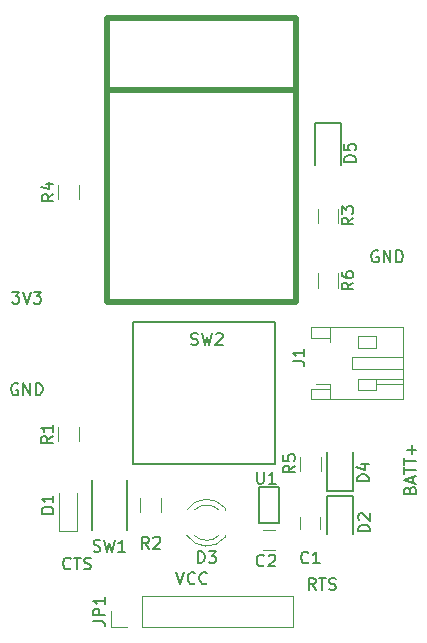
<source format=gbr>
G04 #@! TF.FileFunction,Legend,Top*
%FSLAX46Y46*%
G04 Gerber Fmt 4.6, Leading zero omitted, Abs format (unit mm)*
G04 Created by KiCad (PCBNEW 4.0.7-e2-6376~58~ubuntu16.04.1) date Sun Nov  4 15:38:29 2018*
%MOMM*%
%LPD*%
G01*
G04 APERTURE LIST*
%ADD10C,0.100000*%
%ADD11C,0.120000*%
%ADD12C,0.150000*%
%ADD13C,0.203200*%
%ADD14C,0.500000*%
G04 APERTURE END LIST*
D10*
D11*
X117350000Y-96500000D02*
X113000000Y-96500000D01*
X113000000Y-96500000D02*
X113000000Y-95500000D01*
X113000000Y-95500000D02*
X117350000Y-95500000D01*
X111150000Y-97800000D02*
X111150000Y-98150000D01*
X111150000Y-98150000D02*
X109550000Y-98150000D01*
X109550000Y-98150000D02*
X109550000Y-99050000D01*
X109550000Y-99050000D02*
X117350000Y-99050000D01*
X117350000Y-99050000D02*
X117350000Y-92950000D01*
X117350000Y-92950000D02*
X109550000Y-92950000D01*
X109550000Y-92950000D02*
X109550000Y-93850000D01*
X109550000Y-93850000D02*
X111150000Y-93850000D01*
X111150000Y-93850000D02*
X111150000Y-94200000D01*
X111150000Y-99050000D02*
X111150000Y-98150000D01*
X111150000Y-92950000D02*
X111150000Y-93850000D01*
X113500000Y-98300000D02*
X115100000Y-98300000D01*
X115100000Y-98300000D02*
X115100000Y-97300000D01*
X115100000Y-97300000D02*
X113500000Y-97300000D01*
X113500000Y-97300000D02*
X113500000Y-98300000D01*
X113500000Y-93700000D02*
X115100000Y-93700000D01*
X115100000Y-93700000D02*
X115100000Y-94700000D01*
X115100000Y-94700000D02*
X113500000Y-94700000D01*
X113500000Y-94700000D02*
X113500000Y-93700000D01*
X115100000Y-97300000D02*
X117350000Y-97300000D01*
X115100000Y-97800000D02*
X117350000Y-97800000D01*
X111150000Y-97800000D02*
X109950000Y-97800000D01*
X99057665Y-110578608D02*
G75*
G03X102290000Y-110735516I1672335J1078608D01*
G01*
X99057665Y-108421392D02*
G75*
G02X102290000Y-108264484I1672335J-1078608D01*
G01*
X99688870Y-110579837D02*
G75*
G03X101770961Y-110580000I1041130J1079837D01*
G01*
X99688870Y-108420163D02*
G75*
G02X101770961Y-108420000I1041130J-1079837D01*
G01*
X102290000Y-110736000D02*
X102290000Y-110580000D01*
X102290000Y-108420000D02*
X102290000Y-108264000D01*
X108030000Y-118330000D02*
X108030000Y-115670000D01*
X95270000Y-118330000D02*
X108030000Y-118330000D01*
X95270000Y-115670000D02*
X108030000Y-115670000D01*
X95270000Y-118330000D02*
X95270000Y-115670000D01*
X94000000Y-118330000D02*
X92670000Y-118330000D01*
X92670000Y-118330000D02*
X92670000Y-117000000D01*
D12*
X106850000Y-109550000D02*
X106850000Y-106450000D01*
X105150000Y-106450000D02*
X105150000Y-109550000D01*
X105150000Y-106450000D02*
X106850000Y-106450000D01*
X106850000Y-109550000D02*
X105150000Y-109550000D01*
D13*
X106500000Y-92500000D02*
X106500000Y-104500000D01*
X106500000Y-104500000D02*
X94500000Y-104500000D01*
X94500000Y-104500000D02*
X94500000Y-92500000D01*
X94500000Y-92500000D02*
X106500000Y-92500000D01*
D12*
X91000000Y-110100000D02*
X91000000Y-105900000D01*
X94000000Y-105850000D02*
X94000000Y-110100000D01*
D11*
X110120000Y-89600000D02*
X110120000Y-88400000D01*
X111880000Y-88400000D02*
X111880000Y-89600000D01*
X108620000Y-105100000D02*
X108620000Y-103900000D01*
X110380000Y-103900000D02*
X110380000Y-105100000D01*
X89880000Y-80900000D02*
X89880000Y-82100000D01*
X88120000Y-82100000D02*
X88120000Y-80900000D01*
X110120000Y-84100000D02*
X110120000Y-82900000D01*
X111880000Y-82900000D02*
X111880000Y-84100000D01*
X96880000Y-107400000D02*
X96880000Y-108600000D01*
X95120000Y-108600000D02*
X95120000Y-107400000D01*
X88120000Y-102600000D02*
X88120000Y-101400000D01*
X89880000Y-101400000D02*
X89880000Y-102600000D01*
D12*
X112100000Y-79200000D02*
X112100000Y-75700000D01*
X112100000Y-75700000D02*
X109900000Y-75700000D01*
X109900000Y-75700000D02*
X109900000Y-79200000D01*
X110900000Y-104500000D02*
X110900000Y-103500000D01*
X113100000Y-104500000D02*
X113100000Y-103500000D01*
X110900000Y-104500000D02*
X110900000Y-106800000D01*
X110900000Y-106800000D02*
X113100000Y-106800000D01*
X113100000Y-106800000D02*
X113100000Y-104500000D01*
X113100000Y-109500000D02*
X113100000Y-110500000D01*
X110900000Y-109500000D02*
X110900000Y-110500000D01*
X113100000Y-109500000D02*
X113100000Y-107200000D01*
X113100000Y-107200000D02*
X110900000Y-107200000D01*
X110900000Y-107200000D02*
X110900000Y-109500000D01*
D11*
X89750000Y-107000000D02*
X89750000Y-110200000D01*
X88250000Y-110200000D02*
X88250000Y-107000000D01*
X88250000Y-110200000D02*
X89750000Y-110200000D01*
X106500000Y-110150000D02*
X105500000Y-110150000D01*
X105500000Y-111850000D02*
X106500000Y-111850000D01*
X110350000Y-110000000D02*
X110350000Y-109000000D01*
X108650000Y-109000000D02*
X108650000Y-110000000D01*
D14*
X108300000Y-72900000D02*
X92300000Y-72900000D01*
X92300000Y-90800000D02*
X92300000Y-66800000D01*
X92300000Y-66800000D02*
X108300000Y-66800000D01*
X108300000Y-66800000D02*
X108300000Y-90800000D01*
X108300000Y-90800000D02*
X92300000Y-90800000D01*
D12*
X108002381Y-95833333D02*
X108716667Y-95833333D01*
X108859524Y-95880953D01*
X108954762Y-95976191D01*
X109002381Y-96119048D01*
X109002381Y-96214286D01*
X109002381Y-94833333D02*
X109002381Y-95404762D01*
X109002381Y-95119048D02*
X108002381Y-95119048D01*
X108145238Y-95214286D01*
X108240476Y-95309524D01*
X108288095Y-95404762D01*
X99991905Y-112912381D02*
X99991905Y-111912381D01*
X100230000Y-111912381D01*
X100372858Y-111960000D01*
X100468096Y-112055238D01*
X100515715Y-112150476D01*
X100563334Y-112340952D01*
X100563334Y-112483810D01*
X100515715Y-112674286D01*
X100468096Y-112769524D01*
X100372858Y-112864762D01*
X100230000Y-112912381D01*
X99991905Y-112912381D01*
X100896667Y-111912381D02*
X101515715Y-111912381D01*
X101182381Y-112293333D01*
X101325239Y-112293333D01*
X101420477Y-112340952D01*
X101468096Y-112388571D01*
X101515715Y-112483810D01*
X101515715Y-112721905D01*
X101468096Y-112817143D01*
X101420477Y-112864762D01*
X101325239Y-112912381D01*
X101039524Y-112912381D01*
X100944286Y-112864762D01*
X100896667Y-112817143D01*
X91122381Y-117833333D02*
X91836667Y-117833333D01*
X91979524Y-117880953D01*
X92074762Y-117976191D01*
X92122381Y-118119048D01*
X92122381Y-118214286D01*
X92122381Y-117357143D02*
X91122381Y-117357143D01*
X91122381Y-116976190D01*
X91170000Y-116880952D01*
X91217619Y-116833333D01*
X91312857Y-116785714D01*
X91455714Y-116785714D01*
X91550952Y-116833333D01*
X91598571Y-116880952D01*
X91646190Y-116976190D01*
X91646190Y-117357143D01*
X92122381Y-115833333D02*
X92122381Y-116404762D01*
X92122381Y-116119048D02*
X91122381Y-116119048D01*
X91265238Y-116214286D01*
X91360476Y-116309524D01*
X91408095Y-116404762D01*
X104988095Y-105202381D02*
X104988095Y-106011905D01*
X105035714Y-106107143D01*
X105083333Y-106154762D01*
X105178571Y-106202381D01*
X105369048Y-106202381D01*
X105464286Y-106154762D01*
X105511905Y-106107143D01*
X105559524Y-106011905D01*
X105559524Y-105202381D01*
X106559524Y-106202381D02*
X105988095Y-106202381D01*
X106273809Y-106202381D02*
X106273809Y-105202381D01*
X106178571Y-105345238D01*
X106083333Y-105440476D01*
X105988095Y-105488095D01*
X99416667Y-94404762D02*
X99559524Y-94452381D01*
X99797620Y-94452381D01*
X99892858Y-94404762D01*
X99940477Y-94357143D01*
X99988096Y-94261905D01*
X99988096Y-94166667D01*
X99940477Y-94071429D01*
X99892858Y-94023810D01*
X99797620Y-93976190D01*
X99607143Y-93928571D01*
X99511905Y-93880952D01*
X99464286Y-93833333D01*
X99416667Y-93738095D01*
X99416667Y-93642857D01*
X99464286Y-93547619D01*
X99511905Y-93500000D01*
X99607143Y-93452381D01*
X99845239Y-93452381D01*
X99988096Y-93500000D01*
X100321429Y-93452381D02*
X100559524Y-94452381D01*
X100750001Y-93738095D01*
X100940477Y-94452381D01*
X101178572Y-93452381D01*
X101511905Y-93547619D02*
X101559524Y-93500000D01*
X101654762Y-93452381D01*
X101892858Y-93452381D01*
X101988096Y-93500000D01*
X102035715Y-93547619D01*
X102083334Y-93642857D01*
X102083334Y-93738095D01*
X102035715Y-93880952D01*
X101464286Y-94452381D01*
X102083334Y-94452381D01*
X91166667Y-111904762D02*
X91309524Y-111952381D01*
X91547620Y-111952381D01*
X91642858Y-111904762D01*
X91690477Y-111857143D01*
X91738096Y-111761905D01*
X91738096Y-111666667D01*
X91690477Y-111571429D01*
X91642858Y-111523810D01*
X91547620Y-111476190D01*
X91357143Y-111428571D01*
X91261905Y-111380952D01*
X91214286Y-111333333D01*
X91166667Y-111238095D01*
X91166667Y-111142857D01*
X91214286Y-111047619D01*
X91261905Y-111000000D01*
X91357143Y-110952381D01*
X91595239Y-110952381D01*
X91738096Y-111000000D01*
X92071429Y-110952381D02*
X92309524Y-111952381D01*
X92500001Y-111238095D01*
X92690477Y-111952381D01*
X92928572Y-110952381D01*
X93833334Y-111952381D02*
X93261905Y-111952381D01*
X93547619Y-111952381D02*
X93547619Y-110952381D01*
X93452381Y-111095238D01*
X93357143Y-111190476D01*
X93261905Y-111238095D01*
X113152381Y-89166666D02*
X112676190Y-89500000D01*
X113152381Y-89738095D02*
X112152381Y-89738095D01*
X112152381Y-89357142D01*
X112200000Y-89261904D01*
X112247619Y-89214285D01*
X112342857Y-89166666D01*
X112485714Y-89166666D01*
X112580952Y-89214285D01*
X112628571Y-89261904D01*
X112676190Y-89357142D01*
X112676190Y-89738095D01*
X112152381Y-88309523D02*
X112152381Y-88500000D01*
X112200000Y-88595238D01*
X112247619Y-88642857D01*
X112390476Y-88738095D01*
X112580952Y-88785714D01*
X112961905Y-88785714D01*
X113057143Y-88738095D01*
X113104762Y-88690476D01*
X113152381Y-88595238D01*
X113152381Y-88404761D01*
X113104762Y-88309523D01*
X113057143Y-88261904D01*
X112961905Y-88214285D01*
X112723810Y-88214285D01*
X112628571Y-88261904D01*
X112580952Y-88309523D01*
X112533333Y-88404761D01*
X112533333Y-88595238D01*
X112580952Y-88690476D01*
X112628571Y-88738095D01*
X112723810Y-88785714D01*
X108202381Y-104666666D02*
X107726190Y-105000000D01*
X108202381Y-105238095D02*
X107202381Y-105238095D01*
X107202381Y-104857142D01*
X107250000Y-104761904D01*
X107297619Y-104714285D01*
X107392857Y-104666666D01*
X107535714Y-104666666D01*
X107630952Y-104714285D01*
X107678571Y-104761904D01*
X107726190Y-104857142D01*
X107726190Y-105238095D01*
X107202381Y-103761904D02*
X107202381Y-104238095D01*
X107678571Y-104285714D01*
X107630952Y-104238095D01*
X107583333Y-104142857D01*
X107583333Y-103904761D01*
X107630952Y-103809523D01*
X107678571Y-103761904D01*
X107773810Y-103714285D01*
X108011905Y-103714285D01*
X108107143Y-103761904D01*
X108154762Y-103809523D01*
X108202381Y-103904761D01*
X108202381Y-104142857D01*
X108154762Y-104238095D01*
X108107143Y-104285714D01*
X87752381Y-81666666D02*
X87276190Y-82000000D01*
X87752381Y-82238095D02*
X86752381Y-82238095D01*
X86752381Y-81857142D01*
X86800000Y-81761904D01*
X86847619Y-81714285D01*
X86942857Y-81666666D01*
X87085714Y-81666666D01*
X87180952Y-81714285D01*
X87228571Y-81761904D01*
X87276190Y-81857142D01*
X87276190Y-82238095D01*
X87085714Y-80809523D02*
X87752381Y-80809523D01*
X86704762Y-81047619D02*
X87419048Y-81285714D01*
X87419048Y-80666666D01*
X113152381Y-83666666D02*
X112676190Y-84000000D01*
X113152381Y-84238095D02*
X112152381Y-84238095D01*
X112152381Y-83857142D01*
X112200000Y-83761904D01*
X112247619Y-83714285D01*
X112342857Y-83666666D01*
X112485714Y-83666666D01*
X112580952Y-83714285D01*
X112628571Y-83761904D01*
X112676190Y-83857142D01*
X112676190Y-84238095D01*
X112152381Y-83333333D02*
X112152381Y-82714285D01*
X112533333Y-83047619D01*
X112533333Y-82904761D01*
X112580952Y-82809523D01*
X112628571Y-82761904D01*
X112723810Y-82714285D01*
X112961905Y-82714285D01*
X113057143Y-82761904D01*
X113104762Y-82809523D01*
X113152381Y-82904761D01*
X113152381Y-83190476D01*
X113104762Y-83285714D01*
X113057143Y-83333333D01*
X95833334Y-111702381D02*
X95500000Y-111226190D01*
X95261905Y-111702381D02*
X95261905Y-110702381D01*
X95642858Y-110702381D01*
X95738096Y-110750000D01*
X95785715Y-110797619D01*
X95833334Y-110892857D01*
X95833334Y-111035714D01*
X95785715Y-111130952D01*
X95738096Y-111178571D01*
X95642858Y-111226190D01*
X95261905Y-111226190D01*
X96214286Y-110797619D02*
X96261905Y-110750000D01*
X96357143Y-110702381D01*
X96595239Y-110702381D01*
X96690477Y-110750000D01*
X96738096Y-110797619D01*
X96785715Y-110892857D01*
X96785715Y-110988095D01*
X96738096Y-111130952D01*
X96166667Y-111702381D01*
X96785715Y-111702381D01*
X87702381Y-102166666D02*
X87226190Y-102500000D01*
X87702381Y-102738095D02*
X86702381Y-102738095D01*
X86702381Y-102357142D01*
X86750000Y-102261904D01*
X86797619Y-102214285D01*
X86892857Y-102166666D01*
X87035714Y-102166666D01*
X87130952Y-102214285D01*
X87178571Y-102261904D01*
X87226190Y-102357142D01*
X87226190Y-102738095D01*
X87702381Y-101214285D02*
X87702381Y-101785714D01*
X87702381Y-101500000D02*
X86702381Y-101500000D01*
X86845238Y-101595238D01*
X86940476Y-101690476D01*
X86988095Y-101785714D01*
X113352381Y-78938095D02*
X112352381Y-78938095D01*
X112352381Y-78700000D01*
X112400000Y-78557142D01*
X112495238Y-78461904D01*
X112590476Y-78414285D01*
X112780952Y-78366666D01*
X112923810Y-78366666D01*
X113114286Y-78414285D01*
X113209524Y-78461904D01*
X113304762Y-78557142D01*
X113352381Y-78700000D01*
X113352381Y-78938095D01*
X112352381Y-77461904D02*
X112352381Y-77938095D01*
X112828571Y-77985714D01*
X112780952Y-77938095D01*
X112733333Y-77842857D01*
X112733333Y-77604761D01*
X112780952Y-77509523D01*
X112828571Y-77461904D01*
X112923810Y-77414285D01*
X113161905Y-77414285D01*
X113257143Y-77461904D01*
X113304762Y-77509523D01*
X113352381Y-77604761D01*
X113352381Y-77842857D01*
X113304762Y-77938095D01*
X113257143Y-77985714D01*
X114452381Y-105988095D02*
X113452381Y-105988095D01*
X113452381Y-105750000D01*
X113500000Y-105607142D01*
X113595238Y-105511904D01*
X113690476Y-105464285D01*
X113880952Y-105416666D01*
X114023810Y-105416666D01*
X114214286Y-105464285D01*
X114309524Y-105511904D01*
X114404762Y-105607142D01*
X114452381Y-105750000D01*
X114452381Y-105988095D01*
X113785714Y-104559523D02*
X114452381Y-104559523D01*
X113404762Y-104797619D02*
X114119048Y-105035714D01*
X114119048Y-104416666D01*
X114552381Y-110238095D02*
X113552381Y-110238095D01*
X113552381Y-110000000D01*
X113600000Y-109857142D01*
X113695238Y-109761904D01*
X113790476Y-109714285D01*
X113980952Y-109666666D01*
X114123810Y-109666666D01*
X114314286Y-109714285D01*
X114409524Y-109761904D01*
X114504762Y-109857142D01*
X114552381Y-110000000D01*
X114552381Y-110238095D01*
X113647619Y-109285714D02*
X113600000Y-109238095D01*
X113552381Y-109142857D01*
X113552381Y-108904761D01*
X113600000Y-108809523D01*
X113647619Y-108761904D01*
X113742857Y-108714285D01*
X113838095Y-108714285D01*
X113980952Y-108761904D01*
X114552381Y-109333333D01*
X114552381Y-108714285D01*
X87752381Y-108738095D02*
X86752381Y-108738095D01*
X86752381Y-108500000D01*
X86800000Y-108357142D01*
X86895238Y-108261904D01*
X86990476Y-108214285D01*
X87180952Y-108166666D01*
X87323810Y-108166666D01*
X87514286Y-108214285D01*
X87609524Y-108261904D01*
X87704762Y-108357142D01*
X87752381Y-108500000D01*
X87752381Y-108738095D01*
X87752381Y-107214285D02*
X87752381Y-107785714D01*
X87752381Y-107500000D02*
X86752381Y-107500000D01*
X86895238Y-107595238D01*
X86990476Y-107690476D01*
X87038095Y-107785714D01*
X105583334Y-113107143D02*
X105535715Y-113154762D01*
X105392858Y-113202381D01*
X105297620Y-113202381D01*
X105154762Y-113154762D01*
X105059524Y-113059524D01*
X105011905Y-112964286D01*
X104964286Y-112773810D01*
X104964286Y-112630952D01*
X105011905Y-112440476D01*
X105059524Y-112345238D01*
X105154762Y-112250000D01*
X105297620Y-112202381D01*
X105392858Y-112202381D01*
X105535715Y-112250000D01*
X105583334Y-112297619D01*
X105964286Y-112297619D02*
X106011905Y-112250000D01*
X106107143Y-112202381D01*
X106345239Y-112202381D01*
X106440477Y-112250000D01*
X106488096Y-112297619D01*
X106535715Y-112392857D01*
X106535715Y-112488095D01*
X106488096Y-112630952D01*
X105916667Y-113202381D01*
X106535715Y-113202381D01*
X109333334Y-112857143D02*
X109285715Y-112904762D01*
X109142858Y-112952381D01*
X109047620Y-112952381D01*
X108904762Y-112904762D01*
X108809524Y-112809524D01*
X108761905Y-112714286D01*
X108714286Y-112523810D01*
X108714286Y-112380952D01*
X108761905Y-112190476D01*
X108809524Y-112095238D01*
X108904762Y-112000000D01*
X109047620Y-111952381D01*
X109142858Y-111952381D01*
X109285715Y-112000000D01*
X109333334Y-112047619D01*
X110285715Y-112952381D02*
X109714286Y-112952381D01*
X110000000Y-112952381D02*
X110000000Y-111952381D01*
X109904762Y-112095238D01*
X109809524Y-112190476D01*
X109714286Y-112238095D01*
X115238096Y-86500000D02*
X115142858Y-86452381D01*
X115000001Y-86452381D01*
X114857143Y-86500000D01*
X114761905Y-86595238D01*
X114714286Y-86690476D01*
X114666667Y-86880952D01*
X114666667Y-87023810D01*
X114714286Y-87214286D01*
X114761905Y-87309524D01*
X114857143Y-87404762D01*
X115000001Y-87452381D01*
X115095239Y-87452381D01*
X115238096Y-87404762D01*
X115285715Y-87357143D01*
X115285715Y-87023810D01*
X115095239Y-87023810D01*
X115714286Y-87452381D02*
X115714286Y-86452381D01*
X116285715Y-87452381D01*
X116285715Y-86452381D01*
X116761905Y-87452381D02*
X116761905Y-86452381D01*
X117000000Y-86452381D01*
X117142858Y-86500000D01*
X117238096Y-86595238D01*
X117285715Y-86690476D01*
X117333334Y-86880952D01*
X117333334Y-87023810D01*
X117285715Y-87214286D01*
X117238096Y-87309524D01*
X117142858Y-87404762D01*
X117000000Y-87452381D01*
X116761905Y-87452381D01*
X89202381Y-113357143D02*
X89154762Y-113404762D01*
X89011905Y-113452381D01*
X88916667Y-113452381D01*
X88773809Y-113404762D01*
X88678571Y-113309524D01*
X88630952Y-113214286D01*
X88583333Y-113023810D01*
X88583333Y-112880952D01*
X88630952Y-112690476D01*
X88678571Y-112595238D01*
X88773809Y-112500000D01*
X88916667Y-112452381D01*
X89011905Y-112452381D01*
X89154762Y-112500000D01*
X89202381Y-112547619D01*
X89488095Y-112452381D02*
X90059524Y-112452381D01*
X89773809Y-113452381D02*
X89773809Y-112452381D01*
X90345238Y-113404762D02*
X90488095Y-113452381D01*
X90726191Y-113452381D01*
X90821429Y-113404762D01*
X90869048Y-113357143D01*
X90916667Y-113261905D01*
X90916667Y-113166667D01*
X90869048Y-113071429D01*
X90821429Y-113023810D01*
X90726191Y-112976190D01*
X90535714Y-112928571D01*
X90440476Y-112880952D01*
X90392857Y-112833333D01*
X90345238Y-112738095D01*
X90345238Y-112642857D01*
X90392857Y-112547619D01*
X90440476Y-112500000D01*
X90535714Y-112452381D01*
X90773810Y-112452381D01*
X90916667Y-112500000D01*
X84738096Y-97750000D02*
X84642858Y-97702381D01*
X84500001Y-97702381D01*
X84357143Y-97750000D01*
X84261905Y-97845238D01*
X84214286Y-97940476D01*
X84166667Y-98130952D01*
X84166667Y-98273810D01*
X84214286Y-98464286D01*
X84261905Y-98559524D01*
X84357143Y-98654762D01*
X84500001Y-98702381D01*
X84595239Y-98702381D01*
X84738096Y-98654762D01*
X84785715Y-98607143D01*
X84785715Y-98273810D01*
X84595239Y-98273810D01*
X85214286Y-98702381D02*
X85214286Y-97702381D01*
X85785715Y-98702381D01*
X85785715Y-97702381D01*
X86261905Y-98702381D02*
X86261905Y-97702381D01*
X86500000Y-97702381D01*
X86642858Y-97750000D01*
X86738096Y-97845238D01*
X86785715Y-97940476D01*
X86833334Y-98130952D01*
X86833334Y-98273810D01*
X86785715Y-98464286D01*
X86738096Y-98559524D01*
X86642858Y-98654762D01*
X86500000Y-98702381D01*
X86261905Y-98702381D01*
X84261905Y-89952381D02*
X84880953Y-89952381D01*
X84547619Y-90333333D01*
X84690477Y-90333333D01*
X84785715Y-90380952D01*
X84833334Y-90428571D01*
X84880953Y-90523810D01*
X84880953Y-90761905D01*
X84833334Y-90857143D01*
X84785715Y-90904762D01*
X84690477Y-90952381D01*
X84404762Y-90952381D01*
X84309524Y-90904762D01*
X84261905Y-90857143D01*
X85166667Y-89952381D02*
X85500000Y-90952381D01*
X85833334Y-89952381D01*
X86071429Y-89952381D02*
X86690477Y-89952381D01*
X86357143Y-90333333D01*
X86500001Y-90333333D01*
X86595239Y-90380952D01*
X86642858Y-90428571D01*
X86690477Y-90523810D01*
X86690477Y-90761905D01*
X86642858Y-90857143D01*
X86595239Y-90904762D01*
X86500001Y-90952381D01*
X86214286Y-90952381D01*
X86119048Y-90904762D01*
X86071429Y-90857143D01*
X117928571Y-106738095D02*
X117976190Y-106595238D01*
X118023810Y-106547619D01*
X118119048Y-106500000D01*
X118261905Y-106500000D01*
X118357143Y-106547619D01*
X118404762Y-106595238D01*
X118452381Y-106690476D01*
X118452381Y-107071429D01*
X117452381Y-107071429D01*
X117452381Y-106738095D01*
X117500000Y-106642857D01*
X117547619Y-106595238D01*
X117642857Y-106547619D01*
X117738095Y-106547619D01*
X117833333Y-106595238D01*
X117880952Y-106642857D01*
X117928571Y-106738095D01*
X117928571Y-107071429D01*
X118166667Y-106119048D02*
X118166667Y-105642857D01*
X118452381Y-106214286D02*
X117452381Y-105880953D01*
X118452381Y-105547619D01*
X117452381Y-105357143D02*
X117452381Y-104785714D01*
X118452381Y-105071429D02*
X117452381Y-105071429D01*
X117452381Y-104595238D02*
X117452381Y-104023809D01*
X118452381Y-104309524D02*
X117452381Y-104309524D01*
X118071429Y-103690476D02*
X118071429Y-102928571D01*
X118452381Y-103309523D02*
X117690476Y-103309523D01*
X109952381Y-115202381D02*
X109619047Y-114726190D01*
X109380952Y-115202381D02*
X109380952Y-114202381D01*
X109761905Y-114202381D01*
X109857143Y-114250000D01*
X109904762Y-114297619D01*
X109952381Y-114392857D01*
X109952381Y-114535714D01*
X109904762Y-114630952D01*
X109857143Y-114678571D01*
X109761905Y-114726190D01*
X109380952Y-114726190D01*
X110238095Y-114202381D02*
X110809524Y-114202381D01*
X110523809Y-115202381D02*
X110523809Y-114202381D01*
X111095238Y-115154762D02*
X111238095Y-115202381D01*
X111476191Y-115202381D01*
X111571429Y-115154762D01*
X111619048Y-115107143D01*
X111666667Y-115011905D01*
X111666667Y-114916667D01*
X111619048Y-114821429D01*
X111571429Y-114773810D01*
X111476191Y-114726190D01*
X111285714Y-114678571D01*
X111190476Y-114630952D01*
X111142857Y-114583333D01*
X111095238Y-114488095D01*
X111095238Y-114392857D01*
X111142857Y-114297619D01*
X111190476Y-114250000D01*
X111285714Y-114202381D01*
X111523810Y-114202381D01*
X111666667Y-114250000D01*
X98166667Y-113702381D02*
X98500000Y-114702381D01*
X98833334Y-113702381D01*
X99738096Y-114607143D02*
X99690477Y-114654762D01*
X99547620Y-114702381D01*
X99452382Y-114702381D01*
X99309524Y-114654762D01*
X99214286Y-114559524D01*
X99166667Y-114464286D01*
X99119048Y-114273810D01*
X99119048Y-114130952D01*
X99166667Y-113940476D01*
X99214286Y-113845238D01*
X99309524Y-113750000D01*
X99452382Y-113702381D01*
X99547620Y-113702381D01*
X99690477Y-113750000D01*
X99738096Y-113797619D01*
X100738096Y-114607143D02*
X100690477Y-114654762D01*
X100547620Y-114702381D01*
X100452382Y-114702381D01*
X100309524Y-114654762D01*
X100214286Y-114559524D01*
X100166667Y-114464286D01*
X100119048Y-114273810D01*
X100119048Y-114130952D01*
X100166667Y-113940476D01*
X100214286Y-113845238D01*
X100309524Y-113750000D01*
X100452382Y-113702381D01*
X100547620Y-113702381D01*
X100690477Y-113750000D01*
X100738096Y-113797619D01*
M02*

</source>
